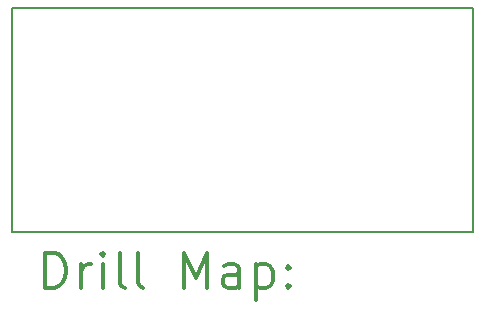
<source format=gbr>
%FSLAX45Y45*%
G04 Gerber Fmt 4.5, Leading zero omitted, Abs format (unit mm)*
G04 Created by KiCad (PCBNEW (5.1.5-0)) date 2022-04-01 08:47:12*
%MOMM*%
%LPD*%
G04 APERTURE LIST*
%TA.AperFunction,Profile*%
%ADD10C,0.150000*%
%TD*%
%ADD11C,0.200000*%
%ADD12C,0.300000*%
G04 APERTURE END LIST*
D10*
X10000000Y-8100000D02*
X13900000Y-8100000D01*
X10000000Y-10000000D02*
X10000000Y-8100000D01*
X13900000Y-10000000D02*
X10000000Y-10000000D01*
X13900000Y-8100000D02*
X13900000Y-10000000D01*
D11*
D12*
X10278928Y-10473214D02*
X10278928Y-10173214D01*
X10350357Y-10173214D01*
X10393214Y-10187500D01*
X10421786Y-10216072D01*
X10436071Y-10244643D01*
X10450357Y-10301786D01*
X10450357Y-10344643D01*
X10436071Y-10401786D01*
X10421786Y-10430357D01*
X10393214Y-10458929D01*
X10350357Y-10473214D01*
X10278928Y-10473214D01*
X10578928Y-10473214D02*
X10578928Y-10273214D01*
X10578928Y-10330357D02*
X10593214Y-10301786D01*
X10607500Y-10287500D01*
X10636071Y-10273214D01*
X10664643Y-10273214D01*
X10764643Y-10473214D02*
X10764643Y-10273214D01*
X10764643Y-10173214D02*
X10750357Y-10187500D01*
X10764643Y-10201786D01*
X10778928Y-10187500D01*
X10764643Y-10173214D01*
X10764643Y-10201786D01*
X10950357Y-10473214D02*
X10921786Y-10458929D01*
X10907500Y-10430357D01*
X10907500Y-10173214D01*
X11107500Y-10473214D02*
X11078928Y-10458929D01*
X11064643Y-10430357D01*
X11064643Y-10173214D01*
X11450357Y-10473214D02*
X11450357Y-10173214D01*
X11550357Y-10387500D01*
X11650357Y-10173214D01*
X11650357Y-10473214D01*
X11921786Y-10473214D02*
X11921786Y-10316072D01*
X11907500Y-10287500D01*
X11878928Y-10273214D01*
X11821786Y-10273214D01*
X11793214Y-10287500D01*
X11921786Y-10458929D02*
X11893214Y-10473214D01*
X11821786Y-10473214D01*
X11793214Y-10458929D01*
X11778928Y-10430357D01*
X11778928Y-10401786D01*
X11793214Y-10373214D01*
X11821786Y-10358929D01*
X11893214Y-10358929D01*
X11921786Y-10344643D01*
X12064643Y-10273214D02*
X12064643Y-10573214D01*
X12064643Y-10287500D02*
X12093214Y-10273214D01*
X12150357Y-10273214D01*
X12178928Y-10287500D01*
X12193214Y-10301786D01*
X12207500Y-10330357D01*
X12207500Y-10416072D01*
X12193214Y-10444643D01*
X12178928Y-10458929D01*
X12150357Y-10473214D01*
X12093214Y-10473214D01*
X12064643Y-10458929D01*
X12336071Y-10444643D02*
X12350357Y-10458929D01*
X12336071Y-10473214D01*
X12321786Y-10458929D01*
X12336071Y-10444643D01*
X12336071Y-10473214D01*
X12336071Y-10287500D02*
X12350357Y-10301786D01*
X12336071Y-10316072D01*
X12321786Y-10301786D01*
X12336071Y-10287500D01*
X12336071Y-10316072D01*
M02*

</source>
